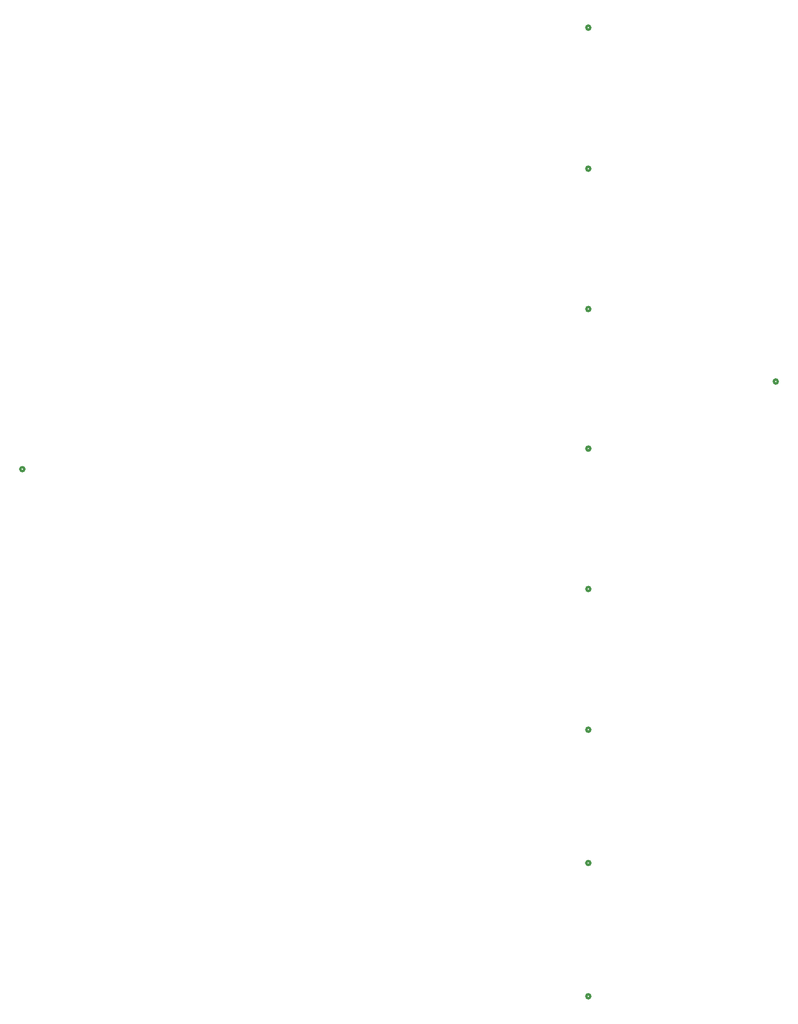
<source format=gbr>
%TF.GenerationSoftware,KiCad,Pcbnew,9.0.5*%
%TF.CreationDate,2025-11-16T19:12:02-08:00*%
%TF.ProjectId,measurementcircuit,6d656173-7572-4656-9d65-6e7463697263,rev?*%
%TF.SameCoordinates,Original*%
%TF.FileFunction,Legend,Bot*%
%TF.FilePolarity,Positive*%
%FSLAX46Y46*%
G04 Gerber Fmt 4.6, Leading zero omitted, Abs format (unit mm)*
G04 Created by KiCad (PCBNEW 9.0.5) date 2025-11-16 19:12:02*
%MOMM*%
%LPD*%
G01*
G04 APERTURE LIST*
%ADD10C,0.508000*%
G04 APERTURE END LIST*
D10*
%TO.C,J7*%
X-73014000Y-43057961D02*
G75*
G02*
X-73776000Y-43057961I-381000J0D01*
G01*
X-73776000Y-43057961D02*
G75*
G02*
X-73014000Y-43057961I381000J0D01*
G01*
%TO.C,J18*%
X-73014000Y-69993882D02*
G75*
G02*
X-73776000Y-69993882I-381000J0D01*
G01*
X-73776000Y-69993882D02*
G75*
G02*
X-73014000Y-69993882I381000J0D01*
G01*
%TO.C,J3*%
X-73014000Y64385720D02*
G75*
G02*
X-73776000Y64385720I-381000J0D01*
G01*
X-73776000Y64385720D02*
G75*
G02*
X-73014000Y64385720I381000J0D01*
G01*
%TO.C,J5*%
X-73014000Y10533879D02*
G75*
G02*
X-73776000Y10533879I-381000J0D01*
G01*
X-73776000Y10533879D02*
G75*
G02*
X-73014000Y10533879I381000J0D01*
G01*
%TO.C,J6*%
X-73014000Y-16192041D02*
G75*
G02*
X-73776000Y-16192041I-381000J0D01*
G01*
X-73776000Y-16192041D02*
G75*
G02*
X-73014000Y-16192041I381000J0D01*
G01*
%TO.C,J19*%
X-73014000Y-95507961D02*
G75*
G02*
X-73776000Y-95507961I-381000J0D01*
G01*
X-73776000Y-95507961D02*
G75*
G02*
X-73014000Y-95507961I381000J0D01*
G01*
%TO.C,J13*%
X-181408999Y-20122435D02*
G75*
G02*
X-182170999Y-20122435I-381000J0D01*
G01*
X-182170999Y-20122435D02*
G75*
G02*
X-181408999Y-20122435I381000J0D01*
G01*
%TO.C,J20*%
X-73014000Y-121022040D02*
G75*
G02*
X-73776000Y-121022040I-381000J0D01*
G01*
X-73776000Y-121022040D02*
G75*
G02*
X-73014000Y-121022040I381000J0D01*
G01*
%TO.C,J4*%
X-73014000Y37389800D02*
G75*
G02*
X-73776000Y37389800I-381000J0D01*
G01*
X-73776000Y37389800D02*
G75*
G02*
X-73014000Y37389800I381000J0D01*
G01*
%TO.C,J17*%
X-37119000Y-3345188D02*
G75*
G02*
X-37881000Y-3345188I-381000J0D01*
G01*
X-37881000Y-3345188D02*
G75*
G02*
X-37119000Y-3345188I381000J0D01*
G01*
%TD*%
M02*

</source>
